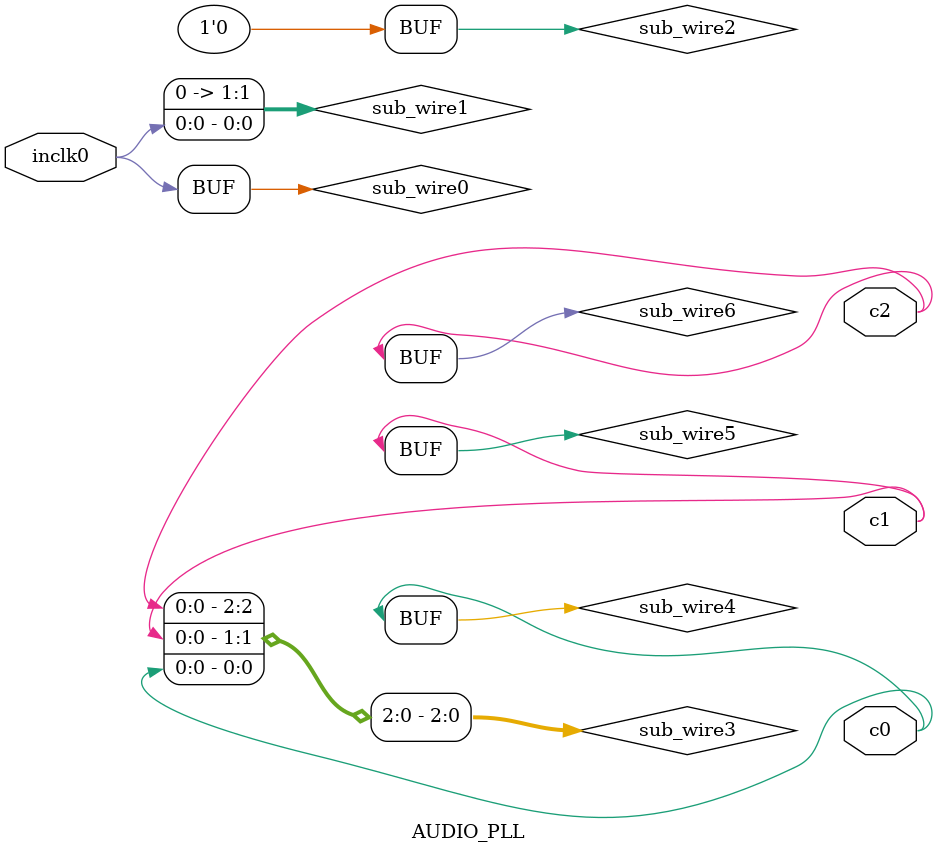
<source format=v>
`timescale 1 ps / 1 ps
module AUDIO_PLL (
	inclk0,
	c0,
	c1,
	c2);

	input	  inclk0;
	output	  c0;
	output	  c1;
	output	  c2;

	wire [0:0] sub_wire2 = 1'h0;
	wire [4:0] sub_wire3;
	wire  sub_wire0 = inclk0;
	wire [1:0] sub_wire1 = {sub_wire2, sub_wire0};
	wire [2:2] sub_wire6 = sub_wire3[2:2];
	wire [1:1] sub_wire5 = sub_wire3[1:1];
	wire [0:0] sub_wire4 = sub_wire3[0:0];
	wire  c0 = sub_wire4;
	wire  c1 = sub_wire5;
	wire  c2 = sub_wire6;

	`ifdef IS_ALTERA
	altpll	altpll_component (
				.inclk (sub_wire1),
				.clk (sub_wire3),
				.activeclock (),
				.areset (1'b0),
				.clkbad (),
				.clkena ({6{1'b1}}),
				.clkloss (),
				.clkswitch (1'b0),
				.configupdate (1'b0),
				.enable0 (),
				.enable1 (),
				.extclk (),
				.extclkena ({4{1'b1}}),
				.fbin (1'b1),
				.fbmimicbidir (),
				.fbout (),
				.fref (),
				.icdrclk (),
				.locked (),
				.pfdena (1'b1),
				.phasecounterselect ({4{1'b1}}),
				.phasedone (),
				.phasestep (1'b1),
				.phaseupdown (1'b1),
				.pllena (1'b1),
				.scanaclr (1'b0),
				.scanclk (1'b0),
				.scanclkena (1'b1),
				.scandata (1'b0),
				.scandataout (),
				.scandone (),
				.scanread (1'b0),
				.scanwrite (1'b0),
				.sclkout0 (),
				.sclkout1 (),
				.vcooverrange (),
				.vcounderrange ());
	defparam
		altpll_component.bandwidth_type = "AUTO",
		altpll_component.clk0_divide_by = 3125,
		altpll_component.clk0_duty_cycle = 50,
		altpll_component.clk0_multiply_by = 3072,
		altpll_component.clk0_phase_shift = "0",
		altpll_component.clk1_divide_by = 3125,
		altpll_component.clk1_duty_cycle = 50,
		altpll_component.clk1_multiply_by = 6144,
		altpll_component.clk1_phase_shift = "0",
		altpll_component.clk2_divide_by = 50,
		altpll_component.clk2_duty_cycle = 50,
		altpll_component.clk2_multiply_by = 31,
		altpll_component.clk2_phase_shift = "0",
		altpll_component.compensate_clock = "CLK0",
		altpll_component.inclk0_input_frequency = 20000,
		altpll_component.intended_device_family = "MAX 10",
		altpll_component.lpm_hint = "CBX_MODULE_PREFIX=AUDIO_PLL",
		altpll_component.lpm_type = "altpll",
		altpll_component.operation_mode = "NORMAL",
		altpll_component.pll_type = "AUTO",
		altpll_component.port_activeclock = "PORT_UNUSED",
		altpll_component.port_areset = "PORT_UNUSED",
		altpll_component.port_clkbad0 = "PORT_UNUSED",
		altpll_component.port_clkbad1 = "PORT_UNUSED",
		altpll_component.port_clkloss = "PORT_UNUSED",
		altpll_component.port_clkswitch = "PORT_UNUSED",
		altpll_component.port_configupdate = "PORT_UNUSED",
		altpll_component.port_fbin = "PORT_UNUSED",
		altpll_component.port_inclk0 = "PORT_USED",
		altpll_component.port_inclk1 = "PORT_UNUSED",
		altpll_component.port_locked = "PORT_UNUSED",
		altpll_component.port_pfdena = "PORT_UNUSED",
		altpll_component.port_phasecounterselect = "PORT_UNUSED",
		altpll_component.port_phasedone = "PORT_UNUSED",
		altpll_component.port_phasestep = "PORT_UNUSED",
		altpll_component.port_phaseupdown = "PORT_UNUSED",
		altpll_component.port_pllena = "PORT_UNUSED",
		altpll_component.port_scanaclr = "PORT_UNUSED",
		altpll_component.port_scanclk = "PORT_UNUSED",
		altpll_component.port_scanclkena = "PORT_UNUSED",
		altpll_component.port_scandata = "PORT_UNUSED",
		altpll_component.port_scandataout = "PORT_UNUSED",
		altpll_component.port_scandone = "PORT_UNUSED",
		altpll_component.port_scanread = "PORT_UNUSED",
		altpll_component.port_scanwrite = "PORT_UNUSED",
		altpll_component.port_clk0 = "PORT_USED",
		altpll_component.port_clk1 = "PORT_USED",
		altpll_component.port_clk2 = "PORT_USED",
		altpll_component.port_clk3 = "PORT_UNUSED",
		altpll_component.port_clk4 = "PORT_UNUSED",
		altpll_component.port_clk5 = "PORT_UNUSED",
		altpll_component.port_clkena0 = "PORT_UNUSED",
		altpll_component.port_clkena1 = "PORT_UNUSED",
		altpll_component.port_clkena2 = "PORT_UNUSED",
		altpll_component.port_clkena3 = "PORT_UNUSED",
		altpll_component.port_clkena4 = "PORT_UNUSED",
		altpll_component.port_clkena5 = "PORT_UNUSED",
		altpll_component.port_extclk0 = "PORT_UNUSED",
		altpll_component.port_extclk1 = "PORT_UNUSED",
		altpll_component.port_extclk2 = "PORT_UNUSED",
		altpll_component.port_extclk3 = "PORT_UNUSED",
		altpll_component.width_clock = 5;
	`endif

endmodule

// ============================================================
// CNX file retrieval info
// ============================================================
// Retrieval info: PRIVATE: ACTIVECLK_CHECK STRING "0"
// Retrieval info: PRIVATE: BANDWIDTH STRING "1.000"
// Retrieval info: PRIVATE: BANDWIDTH_FEATURE_ENABLED STRING "1"
// Retrieval info: PRIVATE: BANDWIDTH_FREQ_UNIT STRING "MHz"
// Retrieval info: PRIVATE: BANDWIDTH_PRESET STRING "Low"
// Retrieval info: PRIVATE: BANDWIDTH_USE_AUTO STRING "1"
// Retrieval info: PRIVATE: BANDWIDTH_USE_PRESET STRING "0"
// Retrieval info: PRIVATE: CLKBAD_SWITCHOVER_CHECK STRING "0"
// Retrieval info: PRIVATE: CLKLOSS_CHECK STRING "0"
// Retrieval info: PRIVATE: CLKSWITCH_CHECK STRING "0"
// Retrieval info: PRIVATE: CNX_NO_COMPENSATE_RADIO STRING "0"
// Retrieval info: PRIVATE: CREATE_CLKBAD_CHECK STRING "0"
// Retrieval info: PRIVATE: CREATE_INCLK1_CHECK STRING "0"
// Retrieval info: PRIVATE: CUR_DEDICATED_CLK STRING "c0"
// Retrieval info: PRIVATE: CUR_FBIN_CLK STRING "c0"
// Retrieval info: PRIVATE: DEVICE_SPEED_GRADE STRING "Any"
// Retrieval info: PRIVATE: DIV_FACTOR0 NUMERIC "1"
// Retrieval info: PRIVATE: DIV_FACTOR1 NUMERIC "1"
// Retrieval info: PRIVATE: DIV_FACTOR2 NUMERIC "1"
// Retrieval info: PRIVATE: DUTY_CYCLE0 STRING "50.00000000"
// Retrieval info: PRIVATE: DUTY_CYCLE1 STRING "50.00000000"
// Retrieval info: PRIVATE: DUTY_CYCLE2 STRING "50.00000000"
// Retrieval info: PRIVATE: EFF_OUTPUT_FREQ_VALUE0 STRING "49.152000"
// Retrieval info: PRIVATE: EFF_OUTPUT_FREQ_VALUE1 STRING "98.304001"
// Retrieval info: PRIVATE: EFF_OUTPUT_FREQ_VALUE2 STRING "31.000000"
// Retrieval info: PRIVATE: EXPLICIT_SWITCHOVER_COUNTER STRING "0"
// Retrieval info: PRIVATE: EXT_FEEDBACK_RADIO STRING "0"
// Retrieval info: PRIVATE: GLOCKED_COUNTER_EDIT_CHANGED STRING "1"
// Retrieval info: PRIVATE: GLOCKED_FEATURE_ENABLED STRING "0"
// Retrieval info: PRIVATE: GLOCKED_MODE_CHECK STRING "0"
// Retrieval info: PRIVATE: GLOCK_COUNTER_EDIT NUMERIC "1048575"
// Retrieval info: PRIVATE: HAS_MANUAL_SWITCHOVER STRING "1"
// Retrieval info: PRIVATE: INCLK0_FREQ_EDIT STRING "50.000"
// Retrieval info: PRIVATE: INCLK0_FREQ_UNIT_COMBO STRING "MHz"
// Retrieval info: PRIVATE: INCLK1_FREQ_EDIT STRING "100.000"
// Retrieval info: PRIVATE: INCLK1_FREQ_EDIT_CHANGED STRING "1"
// Retrieval info: PRIVATE: INCLK1_FREQ_UNIT_CHANGED STRING "1"
// Retrieval info: PRIVATE: INCLK1_FREQ_UNIT_COMBO STRING "MHz"
// Retrieval info: PRIVATE: INTENDED_DEVICE_FAMILY STRING "MAX 10"
// Retrieval info: PRIVATE: INT_FEEDBACK__MODE_RADIO STRING "1"
// Retrieval info: PRIVATE: LOCKED_OUTPUT_CHECK STRING "0"
// Retrieval info: PRIVATE: LONG_SCAN_RADIO STRING "1"
// Retrieval info: PRIVATE: LVDS_MODE_DATA_RATE STRING "Not Available"
// Retrieval info: PRIVATE: LVDS_MODE_DATA_RATE_DIRTY NUMERIC "0"
// Retrieval info: PRIVATE: LVDS_PHASE_SHIFT_UNIT0 STRING "deg"
// Retrieval info: PRIVATE: LVDS_PHASE_SHIFT_UNIT1 STRING "ps"
// Retrieval info: PRIVATE: LVDS_PHASE_SHIFT_UNIT2 STRING "ps"
// Retrieval info: PRIVATE: MIG_DEVICE_SPEED_GRADE STRING "Any"
// Retrieval info: PRIVATE: MIRROR_CLK0 STRING "0"
// Retrieval info: PRIVATE: MIRROR_CLK1 STRING "0"
// Retrieval info: PRIVATE: MIRROR_CLK2 STRING "0"
// Retrieval info: PRIVATE: MULT_FACTOR0 NUMERIC "1"
// Retrieval info: PRIVATE: MULT_FACTOR1 NUMERIC "1"
// Retrieval info: PRIVATE: MULT_FACTOR2 NUMERIC "1"
// Retrieval info: PRIVATE: NORMAL_MODE_RADIO STRING "1"
// Retrieval info: PRIVATE: OUTPUT_FREQ0 STRING "49.15200000"
// Retrieval info: PRIVATE: OUTPUT_FREQ1 STRING "98.30400000"
// Retrieval info: PRIVATE: OUTPUT_FREQ2 STRING "31.00000000"
// Retrieval info: PRIVATE: OUTPUT_FREQ_MODE0 STRING "1"
// Retrieval info: PRIVATE: OUTPUT_FREQ_MODE1 STRING "1"
// Retrieval info: PRIVATE: OUTPUT_FREQ_MODE2 STRING "1"
// Retrieval info: PRIVATE: OUTPUT_FREQ_UNIT0 STRING "MHz"
// Retrieval info: PRIVATE: OUTPUT_FREQ_UNIT1 STRING "MHz"
// Retrieval info: PRIVATE: OUTPUT_FREQ_UNIT2 STRING "MHz"
// Retrieval info: PRIVATE: PHASE_RECONFIG_FEATURE_ENABLED STRING "1"
// Retrieval info: PRIVATE: PHASE_RECONFIG_INPUTS_CHECK STRING "0"
// Retrieval info: PRIVATE: PHASE_SHIFT0 STRING "0.00000000"
// Retrieval info: PRIVATE: PHASE_SHIFT1 STRING "0.00000000"
// Retrieval info: PRIVATE: PHASE_SHIFT2 STRING "0.00000000"
// Retrieval info: PRIVATE: PHASE_SHIFT_STEP_ENABLED_CHECK STRING "0"
// Retrieval info: PRIVATE: PHASE_SHIFT_UNIT0 STRING "deg"
// Retrieval info: PRIVATE: PHASE_SHIFT_UNIT1 STRING "ps"
// Retrieval info: PRIVATE: PHASE_SHIFT_UNIT2 STRING "ps"
// Retrieval info: PRIVATE: PLL_ADVANCED_PARAM_CHECK STRING "0"
// Retrieval info: PRIVATE: PLL_ARESET_CHECK STRING "0"
// Retrieval info: PRIVATE: PLL_AUTOPLL_CHECK NUMERIC "1"
// Retrieval info: PRIVATE: PLL_ENHPLL_CHECK NUMERIC "0"
// Retrieval info: PRIVATE: PLL_FASTPLL_CHECK NUMERIC "0"
// Retrieval info: PRIVATE: PLL_FBMIMIC_CHECK STRING "0"
// Retrieval info: PRIVATE: PLL_LVDS_PLL_CHECK NUMERIC "0"
// Retrieval info: PRIVATE: PLL_PFDENA_CHECK STRING "0"
// Retrieval info: PRIVATE: PLL_TARGET_HARCOPY_CHECK NUMERIC "0"
// Retrieval info: PRIVATE: PRIMARY_CLK_COMBO STRING "inclk0"
// Retrieval info: PRIVATE: RECONFIG_FILE STRING "AUDIO_PLL.mif"
// Retrieval info: PRIVATE: SACN_INPUTS_CHECK STRING "0"
// Retrieval info: PRIVATE: SCAN_FEATURE_ENABLED STRING "1"
// Retrieval info: PRIVATE: SELF_RESET_LOCK_LOSS STRING "0"
// Retrieval info: PRIVATE: SHORT_SCAN_RADIO STRING "0"
// Retrieval info: PRIVATE: SPREAD_FEATURE_ENABLED STRING "0"
// Retrieval info: PRIVATE: SPREAD_FREQ STRING "50.000"
// Retrieval info: PRIVATE: SPREAD_FREQ_UNIT STRING "KHz"
// Retrieval info: PRIVATE: SPREAD_PERCENT STRING "0.500"
// Retrieval info: PRIVATE: SPREAD_USE STRING "0"
// Retrieval info: PRIVATE: SRC_SYNCH_COMP_RADIO STRING "0"
// Retrieval info: PRIVATE: STICKY_CLK0 STRING "1"
// Retrieval info: PRIVATE: STICKY_CLK1 STRING "1"
// Retrieval info: PRIVATE: STICKY_CLK2 STRING "1"
// Retrieval info: PRIVATE: SWITCHOVER_COUNT_EDIT NUMERIC "1"
// Retrieval info: PRIVATE: SWITCHOVER_FEATURE_ENABLED STRING "1"
// Retrieval info: PRIVATE: SYNTH_WRAPPER_GEN_POSTFIX STRING "1"
// Retrieval info: PRIVATE: USE_CLK0 STRING "1"
// Retrieval info: PRIVATE: USE_CLK1 STRING "1"
// Retrieval info: PRIVATE: USE_CLK2 STRING "1"
// Retrieval info: PRIVATE: USE_CLKENA0 STRING "0"
// Retrieval info: PRIVATE: USE_CLKENA1 STRING "0"
// Retrieval info: PRIVATE: USE_CLKENA2 STRING "0"
// Retrieval info: PRIVATE: USE_MIL_SPEED_GRADE NUMERIC "0"
// Retrieval info: PRIVATE: ZERO_DELAY_RADIO STRING "0"
// Retrieval info: LIBRARY: altera_mf altera_mf.altera_mf_components.all
// Retrieval info: CONSTANT: BANDWIDTH_TYPE STRING "AUTO"
// Retrieval info: CONSTANT: CLK0_DIVIDE_BY NUMERIC "3125"
// Retrieval info: CONSTANT: CLK0_DUTY_CYCLE NUMERIC "50"
// Retrieval info: CONSTANT: CLK0_MULTIPLY_BY NUMERIC "3072"
// Retrieval info: CONSTANT: CLK0_PHASE_SHIFT STRING "0"
// Retrieval info: CONSTANT: CLK1_DIVIDE_BY NUMERIC "3125"
// Retrieval info: CONSTANT: CLK1_DUTY_CYCLE NUMERIC "50"
// Retrieval info: CONSTANT: CLK1_MULTIPLY_BY NUMERIC "6144"
// Retrieval info: CONSTANT: CLK1_PHASE_SHIFT STRING "0"
// Retrieval info: CONSTANT: CLK2_DIVIDE_BY NUMERIC "50"
// Retrieval info: CONSTANT: CLK2_DUTY_CYCLE NUMERIC "50"
// Retrieval info: CONSTANT: CLK2_MULTIPLY_BY NUMERIC "31"
// Retrieval info: CONSTANT: CLK2_PHASE_SHIFT STRING "0"
// Retrieval info: CONSTANT: COMPENSATE_CLOCK STRING "CLK0"
// Retrieval info: CONSTANT: INCLK0_INPUT_FREQUENCY NUMERIC "20000"
// Retrieval info: CONSTANT: INTENDED_DEVICE_FAMILY STRING "MAX 10"
// Retrieval info: CONSTANT: LPM_TYPE STRING "altpll"
// Retrieval info: CONSTANT: OPERATION_MODE STRING "NORMAL"
// Retrieval info: CONSTANT: PLL_TYPE STRING "AUTO"
// Retrieval info: CONSTANT: PORT_ACTIVECLOCK STRING "PORT_UNUSED"
// Retrieval info: CONSTANT: PORT_ARESET STRING "PORT_UNUSED"
// Retrieval info: CONSTANT: PORT_CLKBAD0 STRING "PORT_UNUSED"
// Retrieval info: CONSTANT: PORT_CLKBAD1 STRING "PORT_UNUSED"
// Retrieval info: CONSTANT: PORT_CLKLOSS STRING "PORT_UNUSED"
// Retrieval info: CONSTANT: PORT_CLKSWITCH STRING "PORT_UNUSED"
// Retrieval info: CONSTANT: PORT_CONFIGUPDATE STRING "PORT_UNUSED"
// Retrieval info: CONSTANT: PORT_FBIN STRING "PORT_UNUSED"
// Retrieval info: CONSTANT: PORT_INCLK0 STRING "PORT_USED"
// Retrieval info: CONSTANT: PORT_INCLK1 STRING "PORT_UNUSED"
// Retrieval info: CONSTANT: PORT_LOCKED STRING "PORT_UNUSED"
// Retrieval info: CONSTANT: PORT_PFDENA STRING "PORT_UNUSED"
// Retrieval info: CONSTANT: PORT_PHASECOUNTERSELECT STRING "PORT_UNUSED"
// Retrieval info: CONSTANT: PORT_PHASEDONE STRING "PORT_UNUSED"
// Retrieval info: CONSTANT: PORT_PHASESTEP STRING "PORT_UNUSED"
// Retrieval info: CONSTANT: PORT_PHASEUPDOWN STRING "PORT_UNUSED"
// Retrieval info: CONSTANT: PORT_PLLENA STRING "PORT_UNUSED"
// Retrieval info: CONSTANT: PORT_SCANACLR STRING "PORT_UNUSED"
// Retrieval info: CONSTANT: PORT_SCANCLK STRING "PORT_UNUSED"
// Retrieval info: CONSTANT: PORT_SCANCLKENA STRING "PORT_UNUSED"
// Retrieval info: CONSTANT: PORT_SCANDATA STRING "PORT_UNUSED"
// Retrieval info: CONSTANT: PORT_SCANDATAOUT STRING "PORT_UNUSED"
// Retrieval info: CONSTANT: PORT_SCANDONE STRING "PORT_UNUSED"
// Retrieval info: CONSTANT: PORT_SCANREAD STRING "PORT_UNUSED"
// Retrieval info: CONSTANT: PORT_SCANWRITE STRING "PORT_UNUSED"
// Retrieval info: CONSTANT: PORT_clk0 STRING "PORT_USED"
// Retrieval info: CONSTANT: PORT_clk1 STRING "PORT_USED"
// Retrieval info: CONSTANT: PORT_clk2 STRING "PORT_USED"
// Retrieval info: CONSTANT: PORT_clk3 STRING "PORT_UNUSED"
// Retrieval info: CONSTANT: PORT_clk4 STRING "PORT_UNUSED"
// Retrieval info: CONSTANT: PORT_clk5 STRING "PORT_UNUSED"
// Retrieval info: CONSTANT: PORT_clkena0 STRING "PORT_UNUSED"
// Retrieval info: CONSTANT: PORT_clkena1 STRING "PORT_UNUSED"
// Retrieval info: CONSTANT: PORT_clkena2 STRING "PORT_UNUSED"
// Retrieval info: CONSTANT: PORT_clkena3 STRING "PORT_UNUSED"
// Retrieval info: CONSTANT: PORT_clkena4 STRING "PORT_UNUSED"
// Retrieval info: CONSTANT: PORT_clkena5 STRING "PORT_UNUSED"
// Retrieval info: CONSTANT: PORT_extclk0 STRING "PORT_UNUSED"
// Retrieval info: CONSTANT: PORT_extclk1 STRING "PORT_UNUSED"
// Retrieval info: CONSTANT: PORT_extclk2 STRING "PORT_UNUSED"
// Retrieval info: CONSTANT: PORT_extclk3 STRING "PORT_UNUSED"
// Retrieval info: CONSTANT: WIDTH_CLOCK NUMERIC "5"
// Retrieval info: USED_PORT: @clk 0 0 5 0 OUTPUT_CLK_EXT VCC "@clk[4..0]"
// Retrieval info: USED_PORT: c0 0 0 0 0 OUTPUT_CLK_EXT VCC "c0"
// Retrieval info: USED_PORT: c1 0 0 0 0 OUTPUT_CLK_EXT VCC "c1"
// Retrieval info: USED_PORT: c2 0 0 0 0 OUTPUT_CLK_EXT VCC "c2"
// Retrieval info: USED_PORT: inclk0 0 0 0 0 INPUT_CLK_EXT GND "inclk0"
// Retrieval info: CONNECT: @inclk 0 0 1 1 GND 0 0 0 0
// Retrieval info: CONNECT: @inclk 0 0 1 0 inclk0 0 0 0 0
// Retrieval info: CONNECT: c0 0 0 0 0 @clk 0 0 1 0
// Retrieval info: CONNECT: c1 0 0 0 0 @clk 0 0 1 1
// Retrieval info: CONNECT: c2 0 0 0 0 @clk 0 0 1 2
// Retrieval info: GEN_FILE: TYPE_NORMAL AUDIO_PLL.v TRUE
// Retrieval info: GEN_FILE: TYPE_NORMAL AUDIO_PLL.ppf TRUE
// Retrieval info: GEN_FILE: TYPE_NORMAL AUDIO_PLL.inc FALSE
// Retrieval info: GEN_FILE: TYPE_NORMAL AUDIO_PLL.cmp FALSE
// Retrieval info: GEN_FILE: TYPE_NORMAL AUDIO_PLL.bsf FALSE
// Retrieval info: GEN_FILE: TYPE_NORMAL AUDIO_PLL_inst.v FALSE
// Retrieval info: GEN_FILE: TYPE_NORMAL AUDIO_PLL_bb.v TRUE
// Retrieval info: GEN_FILE: TYPE_NORMAL AUDIO_PLL_syn.v TRUE
// Retrieval info: LIB_FILE: altera_mf
// Retrieval info: CBX_MODULE_PREFIX: ON

</source>
